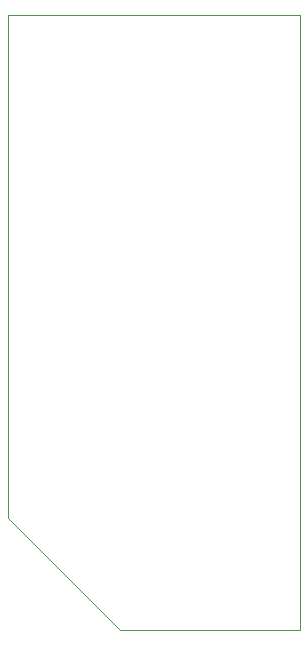
<source format=gbr>
%TF.GenerationSoftware,KiCad,Pcbnew,(5.1.6)-1*%
%TF.CreationDate,2022-01-07T17:36:53-04:00*%
%TF.ProjectId,LCD_adapter,4c43445f-6164-4617-9074-65722e6b6963,rev?*%
%TF.SameCoordinates,Original*%
%TF.FileFunction,Profile,NP*%
%FSLAX46Y46*%
G04 Gerber Fmt 4.6, Leading zero omitted, Abs format (unit mm)*
G04 Created by KiCad (PCBNEW (5.1.6)-1) date 2022-01-07 17:36:53*
%MOMM*%
%LPD*%
G01*
G04 APERTURE LIST*
%TA.AperFunction,Profile*%
%ADD10C,0.050000*%
%TD*%
G04 APERTURE END LIST*
D10*
X173990000Y-114300000D02*
X173990000Y-62230000D01*
X158750000Y-114300000D02*
X173990000Y-114300000D01*
X149225000Y-104775000D02*
X158750000Y-114300000D01*
X149225000Y-62230000D02*
X149225000Y-104775000D01*
X173990000Y-62230000D02*
X149225000Y-62230000D01*
M02*

</source>
